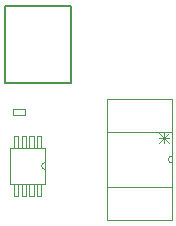
<source format=gbr>
G04*
G04 #@! TF.GenerationSoftware,Altium Limited,Altium Designer,23.0.1 (38)*
G04*
G04 Layer_Color=16711935*
%FSLAX25Y25*%
%MOIN*%
G70*
G04*
G04 #@! TF.SameCoordinates,E18D91D4-50B4-47E9-96DD-EFB38571A0BB*
G04*
G04*
G04 #@! TF.FilePolarity,Positive*
G04*
G01*
G75*
%ADD13C,0.00787*%
%ADD32C,0.00394*%
%ADD33C,0.00000*%
%ADD34C,0.00100*%
%ADD35C,0.00300*%
D13*
X121594Y85705D02*
Y111295D01*
X143405D01*
Y85705D02*
Y111295D01*
X121594Y85705D02*
X143405D01*
D32*
X123972Y74976D02*
Y77024D01*
X128028Y74976D02*
Y77024D01*
X123972D02*
X128028D01*
X123972Y74976D02*
X128028D01*
D33*
X134900Y59200D02*
G03*
X134900Y56800I0J-1200D01*
G01*
X177119Y61308D02*
G03*
X177119Y58908I0J-1200D01*
G01*
X133600Y48100D02*
Y52100D01*
X132100Y48100D02*
X133600D01*
X132100D02*
Y52100D01*
X133600D01*
X134900D01*
X131000Y48100D02*
Y52100D01*
X129500Y48100D02*
X131000D01*
X129500D02*
Y52100D01*
X128500Y48100D02*
Y52100D01*
X127000Y48100D02*
X128500D01*
X127000D02*
Y52100D01*
X125900Y48100D02*
Y52100D01*
X124400Y48100D02*
X125900D01*
X124400D02*
Y52100D01*
Y63900D02*
Y67900D01*
X125900D01*
Y63900D02*
Y67900D01*
X124400Y63900D02*
X125900D01*
X123100D02*
X124400D01*
X127000D02*
Y67900D01*
X128500D01*
Y63900D02*
Y67900D01*
X129500Y63900D02*
Y67900D01*
X131000D01*
Y63900D02*
Y67900D01*
X132100Y63900D02*
Y67900D01*
X133600D01*
Y63900D02*
Y67900D01*
X125900Y63900D02*
X127000D01*
X128500D01*
X129500D01*
X131000D01*
X132100D01*
X133600D01*
X134900D01*
Y59200D02*
Y63900D01*
Y56800D02*
Y59200D01*
Y52100D02*
Y56800D01*
X131000Y52100D02*
X132100D01*
X129500D02*
X131000D01*
X128500D02*
X129500D01*
X127000D02*
X128500D01*
X125900D02*
X127000D01*
X124400D02*
X125900D01*
X123100D02*
X124400D01*
X123100D02*
Y63900D01*
D34*
X155419Y69157D02*
X177119D01*
Y51057D02*
Y69157D01*
X155419Y51057D02*
X177119D01*
X155419D02*
Y69157D01*
X177119Y39808D02*
Y51057D01*
X155419Y39808D02*
X177119D01*
X155419D02*
Y51057D01*
X177119D01*
X155419Y69157D02*
Y80408D01*
X177119D01*
Y69157D02*
Y80408D01*
X155419Y69157D02*
X177119D01*
D35*
X175984Y68907D02*
X172652Y65575D01*
Y68907D02*
X175984Y65575D01*
X174318Y68907D02*
Y65575D01*
X172652Y67241D02*
X175984D01*
M02*

</source>
